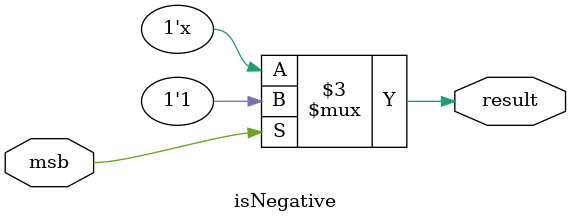
<source format=sv>
`timescale 1ns / 1ps


module isNegative(input logic msb, output logic result);

    always_comb begin 
       
        if (msb) begin       
          result = 1;
        end
        
      end
    
endmodule

</source>
